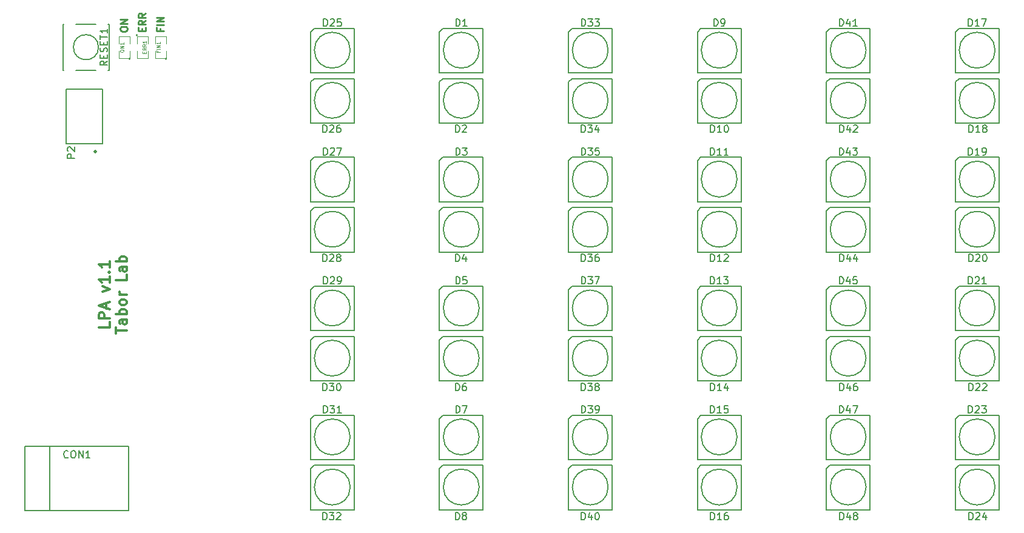
<source format=gto>
G04 #@! TF.FileFunction,Legend,Top*
%FSLAX46Y46*%
G04 Gerber Fmt 4.6, Leading zero omitted, Abs format (unit mm)*
G04 Created by KiCad (PCBNEW 4.0.1-stable) date 6/7/2017 10:05:46 PM*
%MOMM*%
G01*
G04 APERTURE LIST*
%ADD10C,0.150000*%
%ADD11C,0.300000*%
%ADD12C,0.250000*%
%ADD13C,0.203200*%
%ADD14C,0.099060*%
%ADD15C,0.109220*%
G04 APERTURE END LIST*
D10*
D11*
X72884571Y-112823142D02*
X72884571Y-113537428D01*
X71384571Y-113537428D01*
X72884571Y-112323142D02*
X71384571Y-112323142D01*
X71384571Y-111751714D01*
X71456000Y-111608856D01*
X71527429Y-111537428D01*
X71670286Y-111465999D01*
X71884571Y-111465999D01*
X72027429Y-111537428D01*
X72098857Y-111608856D01*
X72170286Y-111751714D01*
X72170286Y-112323142D01*
X72456000Y-110894571D02*
X72456000Y-110180285D01*
X72884571Y-111037428D02*
X71384571Y-110537428D01*
X72884571Y-110037428D01*
X71884571Y-108537428D02*
X72884571Y-108180285D01*
X71884571Y-107823143D01*
X72884571Y-106466000D02*
X72884571Y-107323143D01*
X72884571Y-106894571D02*
X71384571Y-106894571D01*
X71598857Y-107037428D01*
X71741714Y-107180286D01*
X71813143Y-107323143D01*
X72741714Y-105823143D02*
X72813143Y-105751715D01*
X72884571Y-105823143D01*
X72813143Y-105894572D01*
X72741714Y-105823143D01*
X72884571Y-105823143D01*
X72884571Y-104323143D02*
X72884571Y-105180286D01*
X72884571Y-104751714D02*
X71384571Y-104751714D01*
X71598857Y-104894571D01*
X71741714Y-105037429D01*
X71813143Y-105180286D01*
X73784571Y-114430286D02*
X73784571Y-113573143D01*
X75284571Y-114001714D02*
X73784571Y-114001714D01*
X75284571Y-112430286D02*
X74498857Y-112430286D01*
X74356000Y-112501715D01*
X74284571Y-112644572D01*
X74284571Y-112930286D01*
X74356000Y-113073143D01*
X75213143Y-112430286D02*
X75284571Y-112573143D01*
X75284571Y-112930286D01*
X75213143Y-113073143D01*
X75070286Y-113144572D01*
X74927429Y-113144572D01*
X74784571Y-113073143D01*
X74713143Y-112930286D01*
X74713143Y-112573143D01*
X74641714Y-112430286D01*
X75284571Y-111716000D02*
X73784571Y-111716000D01*
X74356000Y-111716000D02*
X74284571Y-111573143D01*
X74284571Y-111287429D01*
X74356000Y-111144572D01*
X74427429Y-111073143D01*
X74570286Y-111001714D01*
X74998857Y-111001714D01*
X75141714Y-111073143D01*
X75213143Y-111144572D01*
X75284571Y-111287429D01*
X75284571Y-111573143D01*
X75213143Y-111716000D01*
X75284571Y-110144571D02*
X75213143Y-110287429D01*
X75141714Y-110358857D01*
X74998857Y-110430286D01*
X74570286Y-110430286D01*
X74427429Y-110358857D01*
X74356000Y-110287429D01*
X74284571Y-110144571D01*
X74284571Y-109930286D01*
X74356000Y-109787429D01*
X74427429Y-109716000D01*
X74570286Y-109644571D01*
X74998857Y-109644571D01*
X75141714Y-109716000D01*
X75213143Y-109787429D01*
X75284571Y-109930286D01*
X75284571Y-110144571D01*
X75284571Y-109001714D02*
X74284571Y-109001714D01*
X74570286Y-109001714D02*
X74427429Y-108930286D01*
X74356000Y-108858857D01*
X74284571Y-108716000D01*
X74284571Y-108573143D01*
X75284571Y-106216000D02*
X75284571Y-106930286D01*
X73784571Y-106930286D01*
X75284571Y-105073143D02*
X74498857Y-105073143D01*
X74356000Y-105144572D01*
X74284571Y-105287429D01*
X74284571Y-105573143D01*
X74356000Y-105716000D01*
X75213143Y-105073143D02*
X75284571Y-105216000D01*
X75284571Y-105573143D01*
X75213143Y-105716000D01*
X75070286Y-105787429D01*
X74927429Y-105787429D01*
X74784571Y-105716000D01*
X74713143Y-105573143D01*
X74713143Y-105216000D01*
X74641714Y-105073143D01*
X75284571Y-104358857D02*
X73784571Y-104358857D01*
X74356000Y-104358857D02*
X74284571Y-104216000D01*
X74284571Y-103930286D01*
X74356000Y-103787429D01*
X74427429Y-103716000D01*
X74570286Y-103644571D01*
X74998857Y-103644571D01*
X75141714Y-103716000D01*
X75213143Y-103787429D01*
X75284571Y-103930286D01*
X75284571Y-104216000D01*
X75213143Y-104358857D01*
X70866000Y-88927714D02*
X70937428Y-88999143D01*
X70866000Y-89070571D01*
X70794571Y-88999143D01*
X70866000Y-88927714D01*
X70866000Y-89070571D01*
D12*
X74382381Y-71961429D02*
X74382381Y-71770952D01*
X74430000Y-71675714D01*
X74525238Y-71580476D01*
X74715714Y-71532857D01*
X75049048Y-71532857D01*
X75239524Y-71580476D01*
X75334762Y-71675714D01*
X75382381Y-71770952D01*
X75382381Y-71961429D01*
X75334762Y-72056667D01*
X75239524Y-72151905D01*
X75049048Y-72199524D01*
X74715714Y-72199524D01*
X74525238Y-72151905D01*
X74430000Y-72056667D01*
X74382381Y-71961429D01*
X75382381Y-71104286D02*
X74382381Y-71104286D01*
X75382381Y-70532857D01*
X74382381Y-70532857D01*
X77398571Y-72151905D02*
X77398571Y-71818571D01*
X77922381Y-71675714D02*
X77922381Y-72151905D01*
X76922381Y-72151905D01*
X76922381Y-71675714D01*
X77922381Y-70675714D02*
X77446190Y-71009048D01*
X77922381Y-71247143D02*
X76922381Y-71247143D01*
X76922381Y-70866190D01*
X76970000Y-70770952D01*
X77017619Y-70723333D01*
X77112857Y-70675714D01*
X77255714Y-70675714D01*
X77350952Y-70723333D01*
X77398571Y-70770952D01*
X77446190Y-70866190D01*
X77446190Y-71247143D01*
X77922381Y-69675714D02*
X77446190Y-70009048D01*
X77922381Y-70247143D02*
X76922381Y-70247143D01*
X76922381Y-69866190D01*
X76970000Y-69770952D01*
X77017619Y-69723333D01*
X77112857Y-69675714D01*
X77255714Y-69675714D01*
X77350952Y-69723333D01*
X77398571Y-69770952D01*
X77446190Y-69866190D01*
X77446190Y-70247143D01*
X79938571Y-71818571D02*
X79938571Y-72151905D01*
X80462381Y-72151905D02*
X79462381Y-72151905D01*
X79462381Y-71675714D01*
X80462381Y-71294762D02*
X79462381Y-71294762D01*
X80462381Y-70818572D02*
X79462381Y-70818572D01*
X80462381Y-70247143D01*
X79462381Y-70247143D01*
D10*
X172926000Y-133298000D02*
X173426000Y-132798000D01*
X172926000Y-139018000D02*
X179026000Y-139018000D01*
X179026000Y-139018000D02*
X179026000Y-132798000D01*
X179026000Y-132798000D02*
X173426000Y-132798000D01*
X172926000Y-133298000D02*
X172926000Y-139018000D01*
X178476000Y-135838000D02*
G75*
G03X178476000Y-135838000I-2500000J0D01*
G01*
X136926000Y-72298000D02*
X137426000Y-71798000D01*
X136926000Y-78018000D02*
X143026000Y-78018000D01*
X143026000Y-78018000D02*
X143026000Y-71798000D01*
X143026000Y-71798000D02*
X137426000Y-71798000D01*
X136926000Y-72298000D02*
X136926000Y-78018000D01*
X142476000Y-74838000D02*
G75*
G03X142476000Y-74838000I-2500000J0D01*
G01*
X100926000Y-79298000D02*
X101426000Y-78798000D01*
X100926000Y-85018000D02*
X107026000Y-85018000D01*
X107026000Y-85018000D02*
X107026000Y-78798000D01*
X107026000Y-78798000D02*
X101426000Y-78798000D01*
X100926000Y-79298000D02*
X100926000Y-85018000D01*
X106476000Y-81838000D02*
G75*
G03X106476000Y-81838000I-2500000J0D01*
G01*
X71346714Y-74422000D02*
G75*
G03X71346714Y-74422000I-1750714J0D01*
G01*
X72821000Y-77647000D02*
X72696000Y-77647000D01*
X66371000Y-77647000D02*
X66496000Y-77647000D01*
X66371000Y-71197000D02*
X66496000Y-71197000D01*
X72696000Y-71197000D02*
X72821000Y-71197000D01*
X70996000Y-77647000D02*
X68196000Y-77647000D01*
X72821000Y-71197000D02*
X72821000Y-77647000D01*
X70996000Y-71197000D02*
X68196000Y-71197000D01*
X66371000Y-71197000D02*
X66371000Y-77647000D01*
D13*
X71882000Y-80264000D02*
X71882000Y-87884000D01*
X66802000Y-87884000D02*
X66802000Y-80264000D01*
X66802000Y-80264000D02*
X71882000Y-80264000D01*
X71882000Y-87884000D02*
X66802000Y-87884000D01*
D14*
X80899000Y-76073000D02*
G75*
G03X80899000Y-76073000I-127000J0D01*
G01*
X80772000Y-74930000D02*
X80772000Y-75946000D01*
X80772000Y-75946000D02*
X79248000Y-75946000D01*
X79248000Y-75946000D02*
X79248000Y-74930000D01*
X79248000Y-73914000D02*
X79248000Y-72898000D01*
X79248000Y-72898000D02*
X80772000Y-72898000D01*
X80772000Y-72898000D02*
X80772000Y-73914000D01*
X76835000Y-72771000D02*
G75*
G03X76835000Y-72771000I-127000J0D01*
G01*
X76708000Y-73914000D02*
X76708000Y-72898000D01*
X76708000Y-72898000D02*
X78232000Y-72898000D01*
X78232000Y-72898000D02*
X78232000Y-73914000D01*
X78232000Y-74930000D02*
X78232000Y-75946000D01*
X78232000Y-75946000D02*
X76708000Y-75946000D01*
X76708000Y-75946000D02*
X76708000Y-74930000D01*
X75819000Y-76073000D02*
G75*
G03X75819000Y-76073000I-127000J0D01*
G01*
X75692000Y-74930000D02*
X75692000Y-75946000D01*
X75692000Y-75946000D02*
X74168000Y-75946000D01*
X74168000Y-75946000D02*
X74168000Y-74930000D01*
X74168000Y-73914000D02*
X74168000Y-72898000D01*
X74168000Y-72898000D02*
X75692000Y-72898000D01*
X75692000Y-72898000D02*
X75692000Y-73914000D01*
D10*
X100926000Y-72298000D02*
X101426000Y-71798000D01*
X100926000Y-78018000D02*
X107026000Y-78018000D01*
X107026000Y-78018000D02*
X107026000Y-71798000D01*
X107026000Y-71798000D02*
X101426000Y-71798000D01*
X100926000Y-72298000D02*
X100926000Y-78018000D01*
X106476000Y-74838000D02*
G75*
G03X106476000Y-74838000I-2500000J0D01*
G01*
X136926000Y-90298000D02*
X137426000Y-89798000D01*
X136926000Y-96018000D02*
X143026000Y-96018000D01*
X143026000Y-96018000D02*
X143026000Y-89798000D01*
X143026000Y-89798000D02*
X137426000Y-89798000D01*
X136926000Y-90298000D02*
X136926000Y-96018000D01*
X142476000Y-92838000D02*
G75*
G03X142476000Y-92838000I-2500000J0D01*
G01*
X136926000Y-79298000D02*
X137426000Y-78798000D01*
X136926000Y-85018000D02*
X143026000Y-85018000D01*
X143026000Y-85018000D02*
X143026000Y-78798000D01*
X143026000Y-78798000D02*
X137426000Y-78798000D01*
X136926000Y-79298000D02*
X136926000Y-85018000D01*
X142476000Y-81838000D02*
G75*
G03X142476000Y-81838000I-2500000J0D01*
G01*
X100926000Y-133298000D02*
X101426000Y-132798000D01*
X100926000Y-139018000D02*
X107026000Y-139018000D01*
X107026000Y-139018000D02*
X107026000Y-132798000D01*
X107026000Y-132798000D02*
X101426000Y-132798000D01*
X100926000Y-133298000D02*
X100926000Y-139018000D01*
X106476000Y-135838000D02*
G75*
G03X106476000Y-135838000I-2500000J0D01*
G01*
X100926000Y-126298000D02*
X101426000Y-125798000D01*
X100926000Y-132018000D02*
X107026000Y-132018000D01*
X107026000Y-132018000D02*
X107026000Y-125798000D01*
X107026000Y-125798000D02*
X101426000Y-125798000D01*
X100926000Y-126298000D02*
X100926000Y-132018000D01*
X106476000Y-128838000D02*
G75*
G03X106476000Y-128838000I-2500000J0D01*
G01*
X100926000Y-115298000D02*
X101426000Y-114798000D01*
X100926000Y-121018000D02*
X107026000Y-121018000D01*
X107026000Y-121018000D02*
X107026000Y-114798000D01*
X107026000Y-114798000D02*
X101426000Y-114798000D01*
X100926000Y-115298000D02*
X100926000Y-121018000D01*
X106476000Y-117838000D02*
G75*
G03X106476000Y-117838000I-2500000J0D01*
G01*
X100926000Y-108298000D02*
X101426000Y-107798000D01*
X100926000Y-114018000D02*
X107026000Y-114018000D01*
X107026000Y-114018000D02*
X107026000Y-107798000D01*
X107026000Y-107798000D02*
X101426000Y-107798000D01*
X100926000Y-108298000D02*
X100926000Y-114018000D01*
X106476000Y-110838000D02*
G75*
G03X106476000Y-110838000I-2500000J0D01*
G01*
X100926000Y-97298000D02*
X101426000Y-96798000D01*
X100926000Y-103018000D02*
X107026000Y-103018000D01*
X107026000Y-103018000D02*
X107026000Y-96798000D01*
X107026000Y-96798000D02*
X101426000Y-96798000D01*
X100926000Y-97298000D02*
X100926000Y-103018000D01*
X106476000Y-99838000D02*
G75*
G03X106476000Y-99838000I-2500000J0D01*
G01*
X100926000Y-90298000D02*
X101426000Y-89798000D01*
X100926000Y-96018000D02*
X107026000Y-96018000D01*
X107026000Y-96018000D02*
X107026000Y-89798000D01*
X107026000Y-89798000D02*
X101426000Y-89798000D01*
X100926000Y-90298000D02*
X100926000Y-96018000D01*
X106476000Y-92838000D02*
G75*
G03X106476000Y-92838000I-2500000J0D01*
G01*
X172926000Y-72298000D02*
X173426000Y-71798000D01*
X172926000Y-78018000D02*
X179026000Y-78018000D01*
X179026000Y-78018000D02*
X179026000Y-71798000D01*
X179026000Y-71798000D02*
X173426000Y-71798000D01*
X172926000Y-72298000D02*
X172926000Y-78018000D01*
X178476000Y-74838000D02*
G75*
G03X178476000Y-74838000I-2500000J0D01*
G01*
X136926000Y-97298000D02*
X137426000Y-96798000D01*
X136926000Y-103018000D02*
X143026000Y-103018000D01*
X143026000Y-103018000D02*
X143026000Y-96798000D01*
X143026000Y-96798000D02*
X137426000Y-96798000D01*
X136926000Y-97298000D02*
X136926000Y-103018000D01*
X142476000Y-99838000D02*
G75*
G03X142476000Y-99838000I-2500000J0D01*
G01*
X136926000Y-108298000D02*
X137426000Y-107798000D01*
X136926000Y-114018000D02*
X143026000Y-114018000D01*
X143026000Y-114018000D02*
X143026000Y-107798000D01*
X143026000Y-107798000D02*
X137426000Y-107798000D01*
X136926000Y-108298000D02*
X136926000Y-114018000D01*
X142476000Y-110838000D02*
G75*
G03X142476000Y-110838000I-2500000J0D01*
G01*
X136926000Y-115298000D02*
X137426000Y-114798000D01*
X136926000Y-121018000D02*
X143026000Y-121018000D01*
X143026000Y-121018000D02*
X143026000Y-114798000D01*
X143026000Y-114798000D02*
X137426000Y-114798000D01*
X136926000Y-115298000D02*
X136926000Y-121018000D01*
X142476000Y-117838000D02*
G75*
G03X142476000Y-117838000I-2500000J0D01*
G01*
X136926000Y-126298000D02*
X137426000Y-125798000D01*
X136926000Y-132018000D02*
X143026000Y-132018000D01*
X143026000Y-132018000D02*
X143026000Y-125798000D01*
X143026000Y-125798000D02*
X137426000Y-125798000D01*
X136926000Y-126298000D02*
X136926000Y-132018000D01*
X142476000Y-128838000D02*
G75*
G03X142476000Y-128838000I-2500000J0D01*
G01*
X136926000Y-133298000D02*
X137426000Y-132798000D01*
X136926000Y-139018000D02*
X143026000Y-139018000D01*
X143026000Y-139018000D02*
X143026000Y-132798000D01*
X143026000Y-132798000D02*
X137426000Y-132798000D01*
X136926000Y-133298000D02*
X136926000Y-139018000D01*
X142476000Y-135838000D02*
G75*
G03X142476000Y-135838000I-2500000J0D01*
G01*
X172926000Y-79298000D02*
X173426000Y-78798000D01*
X172926000Y-85018000D02*
X179026000Y-85018000D01*
X179026000Y-85018000D02*
X179026000Y-78798000D01*
X179026000Y-78798000D02*
X173426000Y-78798000D01*
X172926000Y-79298000D02*
X172926000Y-85018000D01*
X178476000Y-81838000D02*
G75*
G03X178476000Y-81838000I-2500000J0D01*
G01*
X172926000Y-90298000D02*
X173426000Y-89798000D01*
X172926000Y-96018000D02*
X179026000Y-96018000D01*
X179026000Y-96018000D02*
X179026000Y-89798000D01*
X179026000Y-89798000D02*
X173426000Y-89798000D01*
X172926000Y-90298000D02*
X172926000Y-96018000D01*
X178476000Y-92838000D02*
G75*
G03X178476000Y-92838000I-2500000J0D01*
G01*
X172926000Y-97298000D02*
X173426000Y-96798000D01*
X172926000Y-103018000D02*
X179026000Y-103018000D01*
X179026000Y-103018000D02*
X179026000Y-96798000D01*
X179026000Y-96798000D02*
X173426000Y-96798000D01*
X172926000Y-97298000D02*
X172926000Y-103018000D01*
X178476000Y-99838000D02*
G75*
G03X178476000Y-99838000I-2500000J0D01*
G01*
X172926000Y-108298000D02*
X173426000Y-107798000D01*
X172926000Y-114018000D02*
X179026000Y-114018000D01*
X179026000Y-114018000D02*
X179026000Y-107798000D01*
X179026000Y-107798000D02*
X173426000Y-107798000D01*
X172926000Y-108298000D02*
X172926000Y-114018000D01*
X178476000Y-110838000D02*
G75*
G03X178476000Y-110838000I-2500000J0D01*
G01*
X172926000Y-115298000D02*
X173426000Y-114798000D01*
X172926000Y-121018000D02*
X179026000Y-121018000D01*
X179026000Y-121018000D02*
X179026000Y-114798000D01*
X179026000Y-114798000D02*
X173426000Y-114798000D01*
X172926000Y-115298000D02*
X172926000Y-121018000D01*
X178476000Y-117838000D02*
G75*
G03X178476000Y-117838000I-2500000J0D01*
G01*
X172926000Y-126298000D02*
X173426000Y-125798000D01*
X172926000Y-132018000D02*
X179026000Y-132018000D01*
X179026000Y-132018000D02*
X179026000Y-125798000D01*
X179026000Y-125798000D02*
X173426000Y-125798000D01*
X172926000Y-126298000D02*
X172926000Y-132018000D01*
X178476000Y-128838000D02*
G75*
G03X178476000Y-128838000I-2500000J0D01*
G01*
X154926000Y-97298000D02*
X155426000Y-96798000D01*
X154926000Y-103018000D02*
X161026000Y-103018000D01*
X161026000Y-103018000D02*
X161026000Y-96798000D01*
X161026000Y-96798000D02*
X155426000Y-96798000D01*
X154926000Y-97298000D02*
X154926000Y-103018000D01*
X160476000Y-99838000D02*
G75*
G03X160476000Y-99838000I-2500000J0D01*
G01*
X118926000Y-72298000D02*
X119426000Y-71798000D01*
X118926000Y-78018000D02*
X125026000Y-78018000D01*
X125026000Y-78018000D02*
X125026000Y-71798000D01*
X125026000Y-71798000D02*
X119426000Y-71798000D01*
X118926000Y-72298000D02*
X118926000Y-78018000D01*
X124476000Y-74838000D02*
G75*
G03X124476000Y-74838000I-2500000J0D01*
G01*
X118926000Y-79298000D02*
X119426000Y-78798000D01*
X118926000Y-85018000D02*
X125026000Y-85018000D01*
X125026000Y-85018000D02*
X125026000Y-78798000D01*
X125026000Y-78798000D02*
X119426000Y-78798000D01*
X118926000Y-79298000D02*
X118926000Y-85018000D01*
X124476000Y-81838000D02*
G75*
G03X124476000Y-81838000I-2500000J0D01*
G01*
X118926000Y-90298000D02*
X119426000Y-89798000D01*
X118926000Y-96018000D02*
X125026000Y-96018000D01*
X125026000Y-96018000D02*
X125026000Y-89798000D01*
X125026000Y-89798000D02*
X119426000Y-89798000D01*
X118926000Y-90298000D02*
X118926000Y-96018000D01*
X124476000Y-92838000D02*
G75*
G03X124476000Y-92838000I-2500000J0D01*
G01*
X118926000Y-97298000D02*
X119426000Y-96798000D01*
X118926000Y-103018000D02*
X125026000Y-103018000D01*
X125026000Y-103018000D02*
X125026000Y-96798000D01*
X125026000Y-96798000D02*
X119426000Y-96798000D01*
X118926000Y-97298000D02*
X118926000Y-103018000D01*
X124476000Y-99838000D02*
G75*
G03X124476000Y-99838000I-2500000J0D01*
G01*
X118926000Y-108298000D02*
X119426000Y-107798000D01*
X118926000Y-114018000D02*
X125026000Y-114018000D01*
X125026000Y-114018000D02*
X125026000Y-107798000D01*
X125026000Y-107798000D02*
X119426000Y-107798000D01*
X118926000Y-108298000D02*
X118926000Y-114018000D01*
X124476000Y-110838000D02*
G75*
G03X124476000Y-110838000I-2500000J0D01*
G01*
X118926000Y-115298000D02*
X119426000Y-114798000D01*
X118926000Y-121018000D02*
X125026000Y-121018000D01*
X125026000Y-121018000D02*
X125026000Y-114798000D01*
X125026000Y-114798000D02*
X119426000Y-114798000D01*
X118926000Y-115298000D02*
X118926000Y-121018000D01*
X124476000Y-117838000D02*
G75*
G03X124476000Y-117838000I-2500000J0D01*
G01*
X118926000Y-126298000D02*
X119426000Y-125798000D01*
X118926000Y-132018000D02*
X125026000Y-132018000D01*
X125026000Y-132018000D02*
X125026000Y-125798000D01*
X125026000Y-125798000D02*
X119426000Y-125798000D01*
X118926000Y-126298000D02*
X118926000Y-132018000D01*
X124476000Y-128838000D02*
G75*
G03X124476000Y-128838000I-2500000J0D01*
G01*
X118926000Y-133298000D02*
X119426000Y-132798000D01*
X118926000Y-139018000D02*
X125026000Y-139018000D01*
X125026000Y-139018000D02*
X125026000Y-132798000D01*
X125026000Y-132798000D02*
X119426000Y-132798000D01*
X118926000Y-133298000D02*
X118926000Y-139018000D01*
X124476000Y-135838000D02*
G75*
G03X124476000Y-135838000I-2500000J0D01*
G01*
X154926000Y-72298000D02*
X155426000Y-71798000D01*
X154926000Y-78018000D02*
X161026000Y-78018000D01*
X161026000Y-78018000D02*
X161026000Y-71798000D01*
X161026000Y-71798000D02*
X155426000Y-71798000D01*
X154926000Y-72298000D02*
X154926000Y-78018000D01*
X160476000Y-74838000D02*
G75*
G03X160476000Y-74838000I-2500000J0D01*
G01*
X154926000Y-79298000D02*
X155426000Y-78798000D01*
X154926000Y-85018000D02*
X161026000Y-85018000D01*
X161026000Y-85018000D02*
X161026000Y-78798000D01*
X161026000Y-78798000D02*
X155426000Y-78798000D01*
X154926000Y-79298000D02*
X154926000Y-85018000D01*
X160476000Y-81838000D02*
G75*
G03X160476000Y-81838000I-2500000J0D01*
G01*
X154926000Y-90298000D02*
X155426000Y-89798000D01*
X154926000Y-96018000D02*
X161026000Y-96018000D01*
X161026000Y-96018000D02*
X161026000Y-89798000D01*
X161026000Y-89798000D02*
X155426000Y-89798000D01*
X154926000Y-90298000D02*
X154926000Y-96018000D01*
X160476000Y-92838000D02*
G75*
G03X160476000Y-92838000I-2500000J0D01*
G01*
X190926000Y-133298000D02*
X191426000Y-132798000D01*
X190926000Y-139018000D02*
X197026000Y-139018000D01*
X197026000Y-139018000D02*
X197026000Y-132798000D01*
X197026000Y-132798000D02*
X191426000Y-132798000D01*
X190926000Y-133298000D02*
X190926000Y-139018000D01*
X196476000Y-135838000D02*
G75*
G03X196476000Y-135838000I-2500000J0D01*
G01*
X154926000Y-108298000D02*
X155426000Y-107798000D01*
X154926000Y-114018000D02*
X161026000Y-114018000D01*
X161026000Y-114018000D02*
X161026000Y-107798000D01*
X161026000Y-107798000D02*
X155426000Y-107798000D01*
X154926000Y-108298000D02*
X154926000Y-114018000D01*
X160476000Y-110838000D02*
G75*
G03X160476000Y-110838000I-2500000J0D01*
G01*
X154926000Y-115298000D02*
X155426000Y-114798000D01*
X154926000Y-121018000D02*
X161026000Y-121018000D01*
X161026000Y-121018000D02*
X161026000Y-114798000D01*
X161026000Y-114798000D02*
X155426000Y-114798000D01*
X154926000Y-115298000D02*
X154926000Y-121018000D01*
X160476000Y-117838000D02*
G75*
G03X160476000Y-117838000I-2500000J0D01*
G01*
X154926000Y-126298000D02*
X155426000Y-125798000D01*
X154926000Y-132018000D02*
X161026000Y-132018000D01*
X161026000Y-132018000D02*
X161026000Y-125798000D01*
X161026000Y-125798000D02*
X155426000Y-125798000D01*
X154926000Y-126298000D02*
X154926000Y-132018000D01*
X160476000Y-128838000D02*
G75*
G03X160476000Y-128838000I-2500000J0D01*
G01*
X154926000Y-133298000D02*
X155426000Y-132798000D01*
X154926000Y-139018000D02*
X161026000Y-139018000D01*
X161026000Y-139018000D02*
X161026000Y-132798000D01*
X161026000Y-132798000D02*
X155426000Y-132798000D01*
X154926000Y-133298000D02*
X154926000Y-139018000D01*
X160476000Y-135838000D02*
G75*
G03X160476000Y-135838000I-2500000J0D01*
G01*
X190926000Y-72298000D02*
X191426000Y-71798000D01*
X190926000Y-78018000D02*
X197026000Y-78018000D01*
X197026000Y-78018000D02*
X197026000Y-71798000D01*
X197026000Y-71798000D02*
X191426000Y-71798000D01*
X190926000Y-72298000D02*
X190926000Y-78018000D01*
X196476000Y-74838000D02*
G75*
G03X196476000Y-74838000I-2500000J0D01*
G01*
X190926000Y-79298000D02*
X191426000Y-78798000D01*
X190926000Y-85018000D02*
X197026000Y-85018000D01*
X197026000Y-85018000D02*
X197026000Y-78798000D01*
X197026000Y-78798000D02*
X191426000Y-78798000D01*
X190926000Y-79298000D02*
X190926000Y-85018000D01*
X196476000Y-81838000D02*
G75*
G03X196476000Y-81838000I-2500000J0D01*
G01*
X190926000Y-90298000D02*
X191426000Y-89798000D01*
X190926000Y-96018000D02*
X197026000Y-96018000D01*
X197026000Y-96018000D02*
X197026000Y-89798000D01*
X197026000Y-89798000D02*
X191426000Y-89798000D01*
X190926000Y-90298000D02*
X190926000Y-96018000D01*
X196476000Y-92838000D02*
G75*
G03X196476000Y-92838000I-2500000J0D01*
G01*
X190926000Y-97298000D02*
X191426000Y-96798000D01*
X190926000Y-103018000D02*
X197026000Y-103018000D01*
X197026000Y-103018000D02*
X197026000Y-96798000D01*
X197026000Y-96798000D02*
X191426000Y-96798000D01*
X190926000Y-97298000D02*
X190926000Y-103018000D01*
X196476000Y-99838000D02*
G75*
G03X196476000Y-99838000I-2500000J0D01*
G01*
X190926000Y-108298000D02*
X191426000Y-107798000D01*
X190926000Y-114018000D02*
X197026000Y-114018000D01*
X197026000Y-114018000D02*
X197026000Y-107798000D01*
X197026000Y-107798000D02*
X191426000Y-107798000D01*
X190926000Y-108298000D02*
X190926000Y-114018000D01*
X196476000Y-110838000D02*
G75*
G03X196476000Y-110838000I-2500000J0D01*
G01*
X190926000Y-115298000D02*
X191426000Y-114798000D01*
X190926000Y-121018000D02*
X197026000Y-121018000D01*
X197026000Y-121018000D02*
X197026000Y-114798000D01*
X197026000Y-114798000D02*
X191426000Y-114798000D01*
X190926000Y-115298000D02*
X190926000Y-121018000D01*
X196476000Y-117838000D02*
G75*
G03X196476000Y-117838000I-2500000J0D01*
G01*
X190926000Y-126298000D02*
X191426000Y-125798000D01*
X190926000Y-132018000D02*
X197026000Y-132018000D01*
X197026000Y-132018000D02*
X197026000Y-125798000D01*
X197026000Y-125798000D02*
X191426000Y-125798000D01*
X190926000Y-126298000D02*
X190926000Y-132018000D01*
X196476000Y-128838000D02*
G75*
G03X196476000Y-128838000I-2500000J0D01*
G01*
X64579500Y-130119120D02*
X64579500Y-139120880D01*
X61079380Y-130119120D02*
X61079380Y-139120880D01*
X61079380Y-139120880D02*
X75580240Y-139120880D01*
X75580240Y-139120880D02*
X75580240Y-130119120D01*
X75580240Y-130119120D02*
X61079380Y-130119120D01*
X174807714Y-140406381D02*
X174807714Y-139406381D01*
X175045809Y-139406381D01*
X175188667Y-139454000D01*
X175283905Y-139549238D01*
X175331524Y-139644476D01*
X175379143Y-139834952D01*
X175379143Y-139977810D01*
X175331524Y-140168286D01*
X175283905Y-140263524D01*
X175188667Y-140358762D01*
X175045809Y-140406381D01*
X174807714Y-140406381D01*
X176236286Y-139739714D02*
X176236286Y-140406381D01*
X175998190Y-139358762D02*
X175760095Y-140073048D01*
X176379143Y-140073048D01*
X176902952Y-139834952D02*
X176807714Y-139787333D01*
X176760095Y-139739714D01*
X176712476Y-139644476D01*
X176712476Y-139596857D01*
X176760095Y-139501619D01*
X176807714Y-139454000D01*
X176902952Y-139406381D01*
X177093429Y-139406381D01*
X177188667Y-139454000D01*
X177236286Y-139501619D01*
X177283905Y-139596857D01*
X177283905Y-139644476D01*
X177236286Y-139739714D01*
X177188667Y-139787333D01*
X177093429Y-139834952D01*
X176902952Y-139834952D01*
X176807714Y-139882571D01*
X176760095Y-139930190D01*
X176712476Y-140025429D01*
X176712476Y-140215905D01*
X176760095Y-140311143D01*
X176807714Y-140358762D01*
X176902952Y-140406381D01*
X177093429Y-140406381D01*
X177188667Y-140358762D01*
X177236286Y-140311143D01*
X177283905Y-140215905D01*
X177283905Y-140025429D01*
X177236286Y-139930190D01*
X177188667Y-139882571D01*
X177093429Y-139834952D01*
X138761714Y-71480381D02*
X138761714Y-70480381D01*
X138999809Y-70480381D01*
X139142667Y-70528000D01*
X139237905Y-70623238D01*
X139285524Y-70718476D01*
X139333143Y-70908952D01*
X139333143Y-71051810D01*
X139285524Y-71242286D01*
X139237905Y-71337524D01*
X139142667Y-71432762D01*
X138999809Y-71480381D01*
X138761714Y-71480381D01*
X139666476Y-70480381D02*
X140285524Y-70480381D01*
X139952190Y-70861333D01*
X140095048Y-70861333D01*
X140190286Y-70908952D01*
X140237905Y-70956571D01*
X140285524Y-71051810D01*
X140285524Y-71289905D01*
X140237905Y-71385143D01*
X140190286Y-71432762D01*
X140095048Y-71480381D01*
X139809333Y-71480381D01*
X139714095Y-71432762D01*
X139666476Y-71385143D01*
X140618857Y-70480381D02*
X141237905Y-70480381D01*
X140904571Y-70861333D01*
X141047429Y-70861333D01*
X141142667Y-70908952D01*
X141190286Y-70956571D01*
X141237905Y-71051810D01*
X141237905Y-71289905D01*
X141190286Y-71385143D01*
X141142667Y-71432762D01*
X141047429Y-71480381D01*
X140761714Y-71480381D01*
X140666476Y-71432762D01*
X140618857Y-71385143D01*
X102671714Y-86304381D02*
X102671714Y-85304381D01*
X102909809Y-85304381D01*
X103052667Y-85352000D01*
X103147905Y-85447238D01*
X103195524Y-85542476D01*
X103243143Y-85732952D01*
X103243143Y-85875810D01*
X103195524Y-86066286D01*
X103147905Y-86161524D01*
X103052667Y-86256762D01*
X102909809Y-86304381D01*
X102671714Y-86304381D01*
X103624095Y-85399619D02*
X103671714Y-85352000D01*
X103766952Y-85304381D01*
X104005048Y-85304381D01*
X104100286Y-85352000D01*
X104147905Y-85399619D01*
X104195524Y-85494857D01*
X104195524Y-85590095D01*
X104147905Y-85732952D01*
X103576476Y-86304381D01*
X104195524Y-86304381D01*
X105052667Y-85304381D02*
X104862190Y-85304381D01*
X104766952Y-85352000D01*
X104719333Y-85399619D01*
X104624095Y-85542476D01*
X104576476Y-85732952D01*
X104576476Y-86113905D01*
X104624095Y-86209143D01*
X104671714Y-86256762D01*
X104766952Y-86304381D01*
X104957429Y-86304381D01*
X105052667Y-86256762D01*
X105100286Y-86209143D01*
X105147905Y-86113905D01*
X105147905Y-85875810D01*
X105100286Y-85780571D01*
X105052667Y-85732952D01*
X104957429Y-85685333D01*
X104766952Y-85685333D01*
X104671714Y-85732952D01*
X104624095Y-85780571D01*
X104576476Y-85875810D01*
X72588381Y-76350571D02*
X72112190Y-76683905D01*
X72588381Y-76922000D02*
X71588381Y-76922000D01*
X71588381Y-76541047D01*
X71636000Y-76445809D01*
X71683619Y-76398190D01*
X71778857Y-76350571D01*
X71921714Y-76350571D01*
X72016952Y-76398190D01*
X72064571Y-76445809D01*
X72112190Y-76541047D01*
X72112190Y-76922000D01*
X72064571Y-75922000D02*
X72064571Y-75588666D01*
X72588381Y-75445809D02*
X72588381Y-75922000D01*
X71588381Y-75922000D01*
X71588381Y-75445809D01*
X72540762Y-75064857D02*
X72588381Y-74922000D01*
X72588381Y-74683904D01*
X72540762Y-74588666D01*
X72493143Y-74541047D01*
X72397905Y-74493428D01*
X72302667Y-74493428D01*
X72207429Y-74541047D01*
X72159810Y-74588666D01*
X72112190Y-74683904D01*
X72064571Y-74874381D01*
X72016952Y-74969619D01*
X71969333Y-75017238D01*
X71874095Y-75064857D01*
X71778857Y-75064857D01*
X71683619Y-75017238D01*
X71636000Y-74969619D01*
X71588381Y-74874381D01*
X71588381Y-74636285D01*
X71636000Y-74493428D01*
X72064571Y-74064857D02*
X72064571Y-73731523D01*
X72588381Y-73588666D02*
X72588381Y-74064857D01*
X71588381Y-74064857D01*
X71588381Y-73588666D01*
X71588381Y-73302952D02*
X71588381Y-72731523D01*
X72588381Y-73017238D02*
X71588381Y-73017238D01*
X72588381Y-71874380D02*
X72588381Y-72445809D01*
X72588381Y-72160095D02*
X71588381Y-72160095D01*
X71731238Y-72255333D01*
X71826476Y-72350571D01*
X71874095Y-72445809D01*
D13*
X68023619Y-89903904D02*
X67007619Y-89903904D01*
X67007619Y-89516857D01*
X67056000Y-89420095D01*
X67104381Y-89371714D01*
X67201143Y-89323333D01*
X67346286Y-89323333D01*
X67443048Y-89371714D01*
X67491429Y-89420095D01*
X67539810Y-89516857D01*
X67539810Y-89903904D01*
X67104381Y-88936285D02*
X67056000Y-88887904D01*
X67007619Y-88791142D01*
X67007619Y-88549238D01*
X67056000Y-88452476D01*
X67104381Y-88404095D01*
X67201143Y-88355714D01*
X67297905Y-88355714D01*
X67443048Y-88404095D01*
X68023619Y-88984666D01*
X68023619Y-88355714D01*
D15*
X79656759Y-74970035D02*
X79656759Y-75136828D01*
X79918862Y-75136828D02*
X79418482Y-75136828D01*
X79418482Y-74898552D01*
X79918862Y-74707931D02*
X79418482Y-74707931D01*
X79918862Y-74469655D02*
X79418482Y-74469655D01*
X79918862Y-74183723D01*
X79418482Y-74183723D01*
X79918862Y-73683343D02*
X79918862Y-73969275D01*
X79918862Y-73826309D02*
X79418482Y-73826309D01*
X79489965Y-73873964D01*
X79537620Y-73921619D01*
X79561448Y-73969275D01*
X77751759Y-75267880D02*
X77751759Y-75101087D01*
X78013862Y-75029604D02*
X78013862Y-75267880D01*
X77513482Y-75267880D01*
X77513482Y-75029604D01*
X78013862Y-74529223D02*
X77775586Y-74696017D01*
X78013862Y-74815155D02*
X77513482Y-74815155D01*
X77513482Y-74624534D01*
X77537310Y-74576879D01*
X77561138Y-74553051D01*
X77608793Y-74529223D01*
X77680276Y-74529223D01*
X77727931Y-74553051D01*
X77751759Y-74576879D01*
X77775586Y-74624534D01*
X77775586Y-74815155D01*
X78013862Y-74028843D02*
X77775586Y-74195637D01*
X78013862Y-74314775D02*
X77513482Y-74314775D01*
X77513482Y-74124154D01*
X77537310Y-74076499D01*
X77561138Y-74052671D01*
X77608793Y-74028843D01*
X77680276Y-74028843D01*
X77727931Y-74052671D01*
X77751759Y-74076499D01*
X77775586Y-74124154D01*
X77775586Y-74314775D01*
X78013862Y-73552291D02*
X78013862Y-73838223D01*
X78013862Y-73695257D02*
X77513482Y-73695257D01*
X77584965Y-73742912D01*
X77632620Y-73790567D01*
X77656448Y-73838223D01*
X74338482Y-74970035D02*
X74338482Y-74874725D01*
X74362310Y-74827070D01*
X74409965Y-74779414D01*
X74505276Y-74755587D01*
X74672069Y-74755587D01*
X74767380Y-74779414D01*
X74815035Y-74827070D01*
X74838862Y-74874725D01*
X74838862Y-74970035D01*
X74815035Y-75017691D01*
X74767380Y-75065346D01*
X74672069Y-75089174D01*
X74505276Y-75089174D01*
X74409965Y-75065346D01*
X74362310Y-75017691D01*
X74338482Y-74970035D01*
X74838862Y-74541138D02*
X74338482Y-74541138D01*
X74838862Y-74255206D01*
X74338482Y-74255206D01*
X74838862Y-73754826D02*
X74838862Y-74040758D01*
X74838862Y-73897792D02*
X74338482Y-73897792D01*
X74409965Y-73945447D01*
X74457620Y-73993102D01*
X74481448Y-74040758D01*
D10*
X102761714Y-71480381D02*
X102761714Y-70480381D01*
X102999809Y-70480381D01*
X103142667Y-70528000D01*
X103237905Y-70623238D01*
X103285524Y-70718476D01*
X103333143Y-70908952D01*
X103333143Y-71051810D01*
X103285524Y-71242286D01*
X103237905Y-71337524D01*
X103142667Y-71432762D01*
X102999809Y-71480381D01*
X102761714Y-71480381D01*
X103714095Y-70575619D02*
X103761714Y-70528000D01*
X103856952Y-70480381D01*
X104095048Y-70480381D01*
X104190286Y-70528000D01*
X104237905Y-70575619D01*
X104285524Y-70670857D01*
X104285524Y-70766095D01*
X104237905Y-70908952D01*
X103666476Y-71480381D01*
X104285524Y-71480381D01*
X105190286Y-70480381D02*
X104714095Y-70480381D01*
X104666476Y-70956571D01*
X104714095Y-70908952D01*
X104809333Y-70861333D01*
X105047429Y-70861333D01*
X105142667Y-70908952D01*
X105190286Y-70956571D01*
X105237905Y-71051810D01*
X105237905Y-71289905D01*
X105190286Y-71385143D01*
X105142667Y-71432762D01*
X105047429Y-71480381D01*
X104809333Y-71480381D01*
X104714095Y-71432762D01*
X104666476Y-71385143D01*
X138761714Y-89480381D02*
X138761714Y-88480381D01*
X138999809Y-88480381D01*
X139142667Y-88528000D01*
X139237905Y-88623238D01*
X139285524Y-88718476D01*
X139333143Y-88908952D01*
X139333143Y-89051810D01*
X139285524Y-89242286D01*
X139237905Y-89337524D01*
X139142667Y-89432762D01*
X138999809Y-89480381D01*
X138761714Y-89480381D01*
X139666476Y-88480381D02*
X140285524Y-88480381D01*
X139952190Y-88861333D01*
X140095048Y-88861333D01*
X140190286Y-88908952D01*
X140237905Y-88956571D01*
X140285524Y-89051810D01*
X140285524Y-89289905D01*
X140237905Y-89385143D01*
X140190286Y-89432762D01*
X140095048Y-89480381D01*
X139809333Y-89480381D01*
X139714095Y-89432762D01*
X139666476Y-89385143D01*
X141190286Y-88480381D02*
X140714095Y-88480381D01*
X140666476Y-88956571D01*
X140714095Y-88908952D01*
X140809333Y-88861333D01*
X141047429Y-88861333D01*
X141142667Y-88908952D01*
X141190286Y-88956571D01*
X141237905Y-89051810D01*
X141237905Y-89289905D01*
X141190286Y-89385143D01*
X141142667Y-89432762D01*
X141047429Y-89480381D01*
X140809333Y-89480381D01*
X140714095Y-89432762D01*
X140666476Y-89385143D01*
X138739714Y-86304381D02*
X138739714Y-85304381D01*
X138977809Y-85304381D01*
X139120667Y-85352000D01*
X139215905Y-85447238D01*
X139263524Y-85542476D01*
X139311143Y-85732952D01*
X139311143Y-85875810D01*
X139263524Y-86066286D01*
X139215905Y-86161524D01*
X139120667Y-86256762D01*
X138977809Y-86304381D01*
X138739714Y-86304381D01*
X139644476Y-85304381D02*
X140263524Y-85304381D01*
X139930190Y-85685333D01*
X140073048Y-85685333D01*
X140168286Y-85732952D01*
X140215905Y-85780571D01*
X140263524Y-85875810D01*
X140263524Y-86113905D01*
X140215905Y-86209143D01*
X140168286Y-86256762D01*
X140073048Y-86304381D01*
X139787333Y-86304381D01*
X139692095Y-86256762D01*
X139644476Y-86209143D01*
X141120667Y-85637714D02*
X141120667Y-86304381D01*
X140882571Y-85256762D02*
X140644476Y-85971048D01*
X141263524Y-85971048D01*
X102671714Y-140406381D02*
X102671714Y-139406381D01*
X102909809Y-139406381D01*
X103052667Y-139454000D01*
X103147905Y-139549238D01*
X103195524Y-139644476D01*
X103243143Y-139834952D01*
X103243143Y-139977810D01*
X103195524Y-140168286D01*
X103147905Y-140263524D01*
X103052667Y-140358762D01*
X102909809Y-140406381D01*
X102671714Y-140406381D01*
X103576476Y-139406381D02*
X104195524Y-139406381D01*
X103862190Y-139787333D01*
X104005048Y-139787333D01*
X104100286Y-139834952D01*
X104147905Y-139882571D01*
X104195524Y-139977810D01*
X104195524Y-140215905D01*
X104147905Y-140311143D01*
X104100286Y-140358762D01*
X104005048Y-140406381D01*
X103719333Y-140406381D01*
X103624095Y-140358762D01*
X103576476Y-140311143D01*
X104576476Y-139501619D02*
X104624095Y-139454000D01*
X104719333Y-139406381D01*
X104957429Y-139406381D01*
X105052667Y-139454000D01*
X105100286Y-139501619D01*
X105147905Y-139596857D01*
X105147905Y-139692095D01*
X105100286Y-139834952D01*
X104528857Y-140406381D01*
X105147905Y-140406381D01*
X102761714Y-125480381D02*
X102761714Y-124480381D01*
X102999809Y-124480381D01*
X103142667Y-124528000D01*
X103237905Y-124623238D01*
X103285524Y-124718476D01*
X103333143Y-124908952D01*
X103333143Y-125051810D01*
X103285524Y-125242286D01*
X103237905Y-125337524D01*
X103142667Y-125432762D01*
X102999809Y-125480381D01*
X102761714Y-125480381D01*
X103666476Y-124480381D02*
X104285524Y-124480381D01*
X103952190Y-124861333D01*
X104095048Y-124861333D01*
X104190286Y-124908952D01*
X104237905Y-124956571D01*
X104285524Y-125051810D01*
X104285524Y-125289905D01*
X104237905Y-125385143D01*
X104190286Y-125432762D01*
X104095048Y-125480381D01*
X103809333Y-125480381D01*
X103714095Y-125432762D01*
X103666476Y-125385143D01*
X105237905Y-125480381D02*
X104666476Y-125480381D01*
X104952190Y-125480381D02*
X104952190Y-124480381D01*
X104856952Y-124623238D01*
X104761714Y-124718476D01*
X104666476Y-124766095D01*
X102671714Y-122372381D02*
X102671714Y-121372381D01*
X102909809Y-121372381D01*
X103052667Y-121420000D01*
X103147905Y-121515238D01*
X103195524Y-121610476D01*
X103243143Y-121800952D01*
X103243143Y-121943810D01*
X103195524Y-122134286D01*
X103147905Y-122229524D01*
X103052667Y-122324762D01*
X102909809Y-122372381D01*
X102671714Y-122372381D01*
X103576476Y-121372381D02*
X104195524Y-121372381D01*
X103862190Y-121753333D01*
X104005048Y-121753333D01*
X104100286Y-121800952D01*
X104147905Y-121848571D01*
X104195524Y-121943810D01*
X104195524Y-122181905D01*
X104147905Y-122277143D01*
X104100286Y-122324762D01*
X104005048Y-122372381D01*
X103719333Y-122372381D01*
X103624095Y-122324762D01*
X103576476Y-122277143D01*
X104814571Y-121372381D02*
X104909810Y-121372381D01*
X105005048Y-121420000D01*
X105052667Y-121467619D01*
X105100286Y-121562857D01*
X105147905Y-121753333D01*
X105147905Y-121991429D01*
X105100286Y-122181905D01*
X105052667Y-122277143D01*
X105005048Y-122324762D01*
X104909810Y-122372381D01*
X104814571Y-122372381D01*
X104719333Y-122324762D01*
X104671714Y-122277143D01*
X104624095Y-122181905D01*
X104576476Y-121991429D01*
X104576476Y-121753333D01*
X104624095Y-121562857D01*
X104671714Y-121467619D01*
X104719333Y-121420000D01*
X104814571Y-121372381D01*
X102761714Y-107480381D02*
X102761714Y-106480381D01*
X102999809Y-106480381D01*
X103142667Y-106528000D01*
X103237905Y-106623238D01*
X103285524Y-106718476D01*
X103333143Y-106908952D01*
X103333143Y-107051810D01*
X103285524Y-107242286D01*
X103237905Y-107337524D01*
X103142667Y-107432762D01*
X102999809Y-107480381D01*
X102761714Y-107480381D01*
X103714095Y-106575619D02*
X103761714Y-106528000D01*
X103856952Y-106480381D01*
X104095048Y-106480381D01*
X104190286Y-106528000D01*
X104237905Y-106575619D01*
X104285524Y-106670857D01*
X104285524Y-106766095D01*
X104237905Y-106908952D01*
X103666476Y-107480381D01*
X104285524Y-107480381D01*
X104761714Y-107480381D02*
X104952190Y-107480381D01*
X105047429Y-107432762D01*
X105095048Y-107385143D01*
X105190286Y-107242286D01*
X105237905Y-107051810D01*
X105237905Y-106670857D01*
X105190286Y-106575619D01*
X105142667Y-106528000D01*
X105047429Y-106480381D01*
X104856952Y-106480381D01*
X104761714Y-106528000D01*
X104714095Y-106575619D01*
X104666476Y-106670857D01*
X104666476Y-106908952D01*
X104714095Y-107004190D01*
X104761714Y-107051810D01*
X104856952Y-107099429D01*
X105047429Y-107099429D01*
X105142667Y-107051810D01*
X105190286Y-107004190D01*
X105237905Y-106908952D01*
X102671714Y-104338381D02*
X102671714Y-103338381D01*
X102909809Y-103338381D01*
X103052667Y-103386000D01*
X103147905Y-103481238D01*
X103195524Y-103576476D01*
X103243143Y-103766952D01*
X103243143Y-103909810D01*
X103195524Y-104100286D01*
X103147905Y-104195524D01*
X103052667Y-104290762D01*
X102909809Y-104338381D01*
X102671714Y-104338381D01*
X103624095Y-103433619D02*
X103671714Y-103386000D01*
X103766952Y-103338381D01*
X104005048Y-103338381D01*
X104100286Y-103386000D01*
X104147905Y-103433619D01*
X104195524Y-103528857D01*
X104195524Y-103624095D01*
X104147905Y-103766952D01*
X103576476Y-104338381D01*
X104195524Y-104338381D01*
X104766952Y-103766952D02*
X104671714Y-103719333D01*
X104624095Y-103671714D01*
X104576476Y-103576476D01*
X104576476Y-103528857D01*
X104624095Y-103433619D01*
X104671714Y-103386000D01*
X104766952Y-103338381D01*
X104957429Y-103338381D01*
X105052667Y-103386000D01*
X105100286Y-103433619D01*
X105147905Y-103528857D01*
X105147905Y-103576476D01*
X105100286Y-103671714D01*
X105052667Y-103719333D01*
X104957429Y-103766952D01*
X104766952Y-103766952D01*
X104671714Y-103814571D01*
X104624095Y-103862190D01*
X104576476Y-103957429D01*
X104576476Y-104147905D01*
X104624095Y-104243143D01*
X104671714Y-104290762D01*
X104766952Y-104338381D01*
X104957429Y-104338381D01*
X105052667Y-104290762D01*
X105100286Y-104243143D01*
X105147905Y-104147905D01*
X105147905Y-103957429D01*
X105100286Y-103862190D01*
X105052667Y-103814571D01*
X104957429Y-103766952D01*
X102761714Y-89480381D02*
X102761714Y-88480381D01*
X102999809Y-88480381D01*
X103142667Y-88528000D01*
X103237905Y-88623238D01*
X103285524Y-88718476D01*
X103333143Y-88908952D01*
X103333143Y-89051810D01*
X103285524Y-89242286D01*
X103237905Y-89337524D01*
X103142667Y-89432762D01*
X102999809Y-89480381D01*
X102761714Y-89480381D01*
X103714095Y-88575619D02*
X103761714Y-88528000D01*
X103856952Y-88480381D01*
X104095048Y-88480381D01*
X104190286Y-88528000D01*
X104237905Y-88575619D01*
X104285524Y-88670857D01*
X104285524Y-88766095D01*
X104237905Y-88908952D01*
X103666476Y-89480381D01*
X104285524Y-89480381D01*
X104618857Y-88480381D02*
X105285524Y-88480381D01*
X104856952Y-89480381D01*
X174761714Y-71480381D02*
X174761714Y-70480381D01*
X174999809Y-70480381D01*
X175142667Y-70528000D01*
X175237905Y-70623238D01*
X175285524Y-70718476D01*
X175333143Y-70908952D01*
X175333143Y-71051810D01*
X175285524Y-71242286D01*
X175237905Y-71337524D01*
X175142667Y-71432762D01*
X174999809Y-71480381D01*
X174761714Y-71480381D01*
X176190286Y-70813714D02*
X176190286Y-71480381D01*
X175952190Y-70432762D02*
X175714095Y-71147048D01*
X176333143Y-71147048D01*
X177237905Y-71480381D02*
X176666476Y-71480381D01*
X176952190Y-71480381D02*
X176952190Y-70480381D01*
X176856952Y-70623238D01*
X176761714Y-70718476D01*
X176666476Y-70766095D01*
X138739714Y-104338381D02*
X138739714Y-103338381D01*
X138977809Y-103338381D01*
X139120667Y-103386000D01*
X139215905Y-103481238D01*
X139263524Y-103576476D01*
X139311143Y-103766952D01*
X139311143Y-103909810D01*
X139263524Y-104100286D01*
X139215905Y-104195524D01*
X139120667Y-104290762D01*
X138977809Y-104338381D01*
X138739714Y-104338381D01*
X139644476Y-103338381D02*
X140263524Y-103338381D01*
X139930190Y-103719333D01*
X140073048Y-103719333D01*
X140168286Y-103766952D01*
X140215905Y-103814571D01*
X140263524Y-103909810D01*
X140263524Y-104147905D01*
X140215905Y-104243143D01*
X140168286Y-104290762D01*
X140073048Y-104338381D01*
X139787333Y-104338381D01*
X139692095Y-104290762D01*
X139644476Y-104243143D01*
X141120667Y-103338381D02*
X140930190Y-103338381D01*
X140834952Y-103386000D01*
X140787333Y-103433619D01*
X140692095Y-103576476D01*
X140644476Y-103766952D01*
X140644476Y-104147905D01*
X140692095Y-104243143D01*
X140739714Y-104290762D01*
X140834952Y-104338381D01*
X141025429Y-104338381D01*
X141120667Y-104290762D01*
X141168286Y-104243143D01*
X141215905Y-104147905D01*
X141215905Y-103909810D01*
X141168286Y-103814571D01*
X141120667Y-103766952D01*
X141025429Y-103719333D01*
X140834952Y-103719333D01*
X140739714Y-103766952D01*
X140692095Y-103814571D01*
X140644476Y-103909810D01*
X138761714Y-107480381D02*
X138761714Y-106480381D01*
X138999809Y-106480381D01*
X139142667Y-106528000D01*
X139237905Y-106623238D01*
X139285524Y-106718476D01*
X139333143Y-106908952D01*
X139333143Y-107051810D01*
X139285524Y-107242286D01*
X139237905Y-107337524D01*
X139142667Y-107432762D01*
X138999809Y-107480381D01*
X138761714Y-107480381D01*
X139666476Y-106480381D02*
X140285524Y-106480381D01*
X139952190Y-106861333D01*
X140095048Y-106861333D01*
X140190286Y-106908952D01*
X140237905Y-106956571D01*
X140285524Y-107051810D01*
X140285524Y-107289905D01*
X140237905Y-107385143D01*
X140190286Y-107432762D01*
X140095048Y-107480381D01*
X139809333Y-107480381D01*
X139714095Y-107432762D01*
X139666476Y-107385143D01*
X140618857Y-106480381D02*
X141285524Y-106480381D01*
X140856952Y-107480381D01*
X138739714Y-122372381D02*
X138739714Y-121372381D01*
X138977809Y-121372381D01*
X139120667Y-121420000D01*
X139215905Y-121515238D01*
X139263524Y-121610476D01*
X139311143Y-121800952D01*
X139311143Y-121943810D01*
X139263524Y-122134286D01*
X139215905Y-122229524D01*
X139120667Y-122324762D01*
X138977809Y-122372381D01*
X138739714Y-122372381D01*
X139644476Y-121372381D02*
X140263524Y-121372381D01*
X139930190Y-121753333D01*
X140073048Y-121753333D01*
X140168286Y-121800952D01*
X140215905Y-121848571D01*
X140263524Y-121943810D01*
X140263524Y-122181905D01*
X140215905Y-122277143D01*
X140168286Y-122324762D01*
X140073048Y-122372381D01*
X139787333Y-122372381D01*
X139692095Y-122324762D01*
X139644476Y-122277143D01*
X140834952Y-121800952D02*
X140739714Y-121753333D01*
X140692095Y-121705714D01*
X140644476Y-121610476D01*
X140644476Y-121562857D01*
X140692095Y-121467619D01*
X140739714Y-121420000D01*
X140834952Y-121372381D01*
X141025429Y-121372381D01*
X141120667Y-121420000D01*
X141168286Y-121467619D01*
X141215905Y-121562857D01*
X141215905Y-121610476D01*
X141168286Y-121705714D01*
X141120667Y-121753333D01*
X141025429Y-121800952D01*
X140834952Y-121800952D01*
X140739714Y-121848571D01*
X140692095Y-121896190D01*
X140644476Y-121991429D01*
X140644476Y-122181905D01*
X140692095Y-122277143D01*
X140739714Y-122324762D01*
X140834952Y-122372381D01*
X141025429Y-122372381D01*
X141120667Y-122324762D01*
X141168286Y-122277143D01*
X141215905Y-122181905D01*
X141215905Y-121991429D01*
X141168286Y-121896190D01*
X141120667Y-121848571D01*
X141025429Y-121800952D01*
X138761714Y-125480381D02*
X138761714Y-124480381D01*
X138999809Y-124480381D01*
X139142667Y-124528000D01*
X139237905Y-124623238D01*
X139285524Y-124718476D01*
X139333143Y-124908952D01*
X139333143Y-125051810D01*
X139285524Y-125242286D01*
X139237905Y-125337524D01*
X139142667Y-125432762D01*
X138999809Y-125480381D01*
X138761714Y-125480381D01*
X139666476Y-124480381D02*
X140285524Y-124480381D01*
X139952190Y-124861333D01*
X140095048Y-124861333D01*
X140190286Y-124908952D01*
X140237905Y-124956571D01*
X140285524Y-125051810D01*
X140285524Y-125289905D01*
X140237905Y-125385143D01*
X140190286Y-125432762D01*
X140095048Y-125480381D01*
X139809333Y-125480381D01*
X139714095Y-125432762D01*
X139666476Y-125385143D01*
X140761714Y-125480381D02*
X140952190Y-125480381D01*
X141047429Y-125432762D01*
X141095048Y-125385143D01*
X141190286Y-125242286D01*
X141237905Y-125051810D01*
X141237905Y-124670857D01*
X141190286Y-124575619D01*
X141142667Y-124528000D01*
X141047429Y-124480381D01*
X140856952Y-124480381D01*
X140761714Y-124528000D01*
X140714095Y-124575619D01*
X140666476Y-124670857D01*
X140666476Y-124908952D01*
X140714095Y-125004190D01*
X140761714Y-125051810D01*
X140856952Y-125099429D01*
X141047429Y-125099429D01*
X141142667Y-125051810D01*
X141190286Y-125004190D01*
X141237905Y-124908952D01*
X138739714Y-140406381D02*
X138739714Y-139406381D01*
X138977809Y-139406381D01*
X139120667Y-139454000D01*
X139215905Y-139549238D01*
X139263524Y-139644476D01*
X139311143Y-139834952D01*
X139311143Y-139977810D01*
X139263524Y-140168286D01*
X139215905Y-140263524D01*
X139120667Y-140358762D01*
X138977809Y-140406381D01*
X138739714Y-140406381D01*
X140168286Y-139739714D02*
X140168286Y-140406381D01*
X139930190Y-139358762D02*
X139692095Y-140073048D01*
X140311143Y-140073048D01*
X140882571Y-139406381D02*
X140977810Y-139406381D01*
X141073048Y-139454000D01*
X141120667Y-139501619D01*
X141168286Y-139596857D01*
X141215905Y-139787333D01*
X141215905Y-140025429D01*
X141168286Y-140215905D01*
X141120667Y-140311143D01*
X141073048Y-140358762D01*
X140977810Y-140406381D01*
X140882571Y-140406381D01*
X140787333Y-140358762D01*
X140739714Y-140311143D01*
X140692095Y-140215905D01*
X140644476Y-140025429D01*
X140644476Y-139787333D01*
X140692095Y-139596857D01*
X140739714Y-139501619D01*
X140787333Y-139454000D01*
X140882571Y-139406381D01*
X174807714Y-86304381D02*
X174807714Y-85304381D01*
X175045809Y-85304381D01*
X175188667Y-85352000D01*
X175283905Y-85447238D01*
X175331524Y-85542476D01*
X175379143Y-85732952D01*
X175379143Y-85875810D01*
X175331524Y-86066286D01*
X175283905Y-86161524D01*
X175188667Y-86256762D01*
X175045809Y-86304381D01*
X174807714Y-86304381D01*
X176236286Y-85637714D02*
X176236286Y-86304381D01*
X175998190Y-85256762D02*
X175760095Y-85971048D01*
X176379143Y-85971048D01*
X176712476Y-85399619D02*
X176760095Y-85352000D01*
X176855333Y-85304381D01*
X177093429Y-85304381D01*
X177188667Y-85352000D01*
X177236286Y-85399619D01*
X177283905Y-85494857D01*
X177283905Y-85590095D01*
X177236286Y-85732952D01*
X176664857Y-86304381D01*
X177283905Y-86304381D01*
X174761714Y-89480381D02*
X174761714Y-88480381D01*
X174999809Y-88480381D01*
X175142667Y-88528000D01*
X175237905Y-88623238D01*
X175285524Y-88718476D01*
X175333143Y-88908952D01*
X175333143Y-89051810D01*
X175285524Y-89242286D01*
X175237905Y-89337524D01*
X175142667Y-89432762D01*
X174999809Y-89480381D01*
X174761714Y-89480381D01*
X176190286Y-88813714D02*
X176190286Y-89480381D01*
X175952190Y-88432762D02*
X175714095Y-89147048D01*
X176333143Y-89147048D01*
X176618857Y-88480381D02*
X177237905Y-88480381D01*
X176904571Y-88861333D01*
X177047429Y-88861333D01*
X177142667Y-88908952D01*
X177190286Y-88956571D01*
X177237905Y-89051810D01*
X177237905Y-89289905D01*
X177190286Y-89385143D01*
X177142667Y-89432762D01*
X177047429Y-89480381D01*
X176761714Y-89480381D01*
X176666476Y-89432762D01*
X176618857Y-89385143D01*
X174807714Y-104338381D02*
X174807714Y-103338381D01*
X175045809Y-103338381D01*
X175188667Y-103386000D01*
X175283905Y-103481238D01*
X175331524Y-103576476D01*
X175379143Y-103766952D01*
X175379143Y-103909810D01*
X175331524Y-104100286D01*
X175283905Y-104195524D01*
X175188667Y-104290762D01*
X175045809Y-104338381D01*
X174807714Y-104338381D01*
X176236286Y-103671714D02*
X176236286Y-104338381D01*
X175998190Y-103290762D02*
X175760095Y-104005048D01*
X176379143Y-104005048D01*
X177188667Y-103671714D02*
X177188667Y-104338381D01*
X176950571Y-103290762D02*
X176712476Y-104005048D01*
X177331524Y-104005048D01*
X174761714Y-107480381D02*
X174761714Y-106480381D01*
X174999809Y-106480381D01*
X175142667Y-106528000D01*
X175237905Y-106623238D01*
X175285524Y-106718476D01*
X175333143Y-106908952D01*
X175333143Y-107051810D01*
X175285524Y-107242286D01*
X175237905Y-107337524D01*
X175142667Y-107432762D01*
X174999809Y-107480381D01*
X174761714Y-107480381D01*
X176190286Y-106813714D02*
X176190286Y-107480381D01*
X175952190Y-106432762D02*
X175714095Y-107147048D01*
X176333143Y-107147048D01*
X177190286Y-106480381D02*
X176714095Y-106480381D01*
X176666476Y-106956571D01*
X176714095Y-106908952D01*
X176809333Y-106861333D01*
X177047429Y-106861333D01*
X177142667Y-106908952D01*
X177190286Y-106956571D01*
X177237905Y-107051810D01*
X177237905Y-107289905D01*
X177190286Y-107385143D01*
X177142667Y-107432762D01*
X177047429Y-107480381D01*
X176809333Y-107480381D01*
X176714095Y-107432762D01*
X176666476Y-107385143D01*
X174807714Y-122372381D02*
X174807714Y-121372381D01*
X175045809Y-121372381D01*
X175188667Y-121420000D01*
X175283905Y-121515238D01*
X175331524Y-121610476D01*
X175379143Y-121800952D01*
X175379143Y-121943810D01*
X175331524Y-122134286D01*
X175283905Y-122229524D01*
X175188667Y-122324762D01*
X175045809Y-122372381D01*
X174807714Y-122372381D01*
X176236286Y-121705714D02*
X176236286Y-122372381D01*
X175998190Y-121324762D02*
X175760095Y-122039048D01*
X176379143Y-122039048D01*
X177188667Y-121372381D02*
X176998190Y-121372381D01*
X176902952Y-121420000D01*
X176855333Y-121467619D01*
X176760095Y-121610476D01*
X176712476Y-121800952D01*
X176712476Y-122181905D01*
X176760095Y-122277143D01*
X176807714Y-122324762D01*
X176902952Y-122372381D01*
X177093429Y-122372381D01*
X177188667Y-122324762D01*
X177236286Y-122277143D01*
X177283905Y-122181905D01*
X177283905Y-121943810D01*
X177236286Y-121848571D01*
X177188667Y-121800952D01*
X177093429Y-121753333D01*
X176902952Y-121753333D01*
X176807714Y-121800952D01*
X176760095Y-121848571D01*
X176712476Y-121943810D01*
X174761714Y-125480381D02*
X174761714Y-124480381D01*
X174999809Y-124480381D01*
X175142667Y-124528000D01*
X175237905Y-124623238D01*
X175285524Y-124718476D01*
X175333143Y-124908952D01*
X175333143Y-125051810D01*
X175285524Y-125242286D01*
X175237905Y-125337524D01*
X175142667Y-125432762D01*
X174999809Y-125480381D01*
X174761714Y-125480381D01*
X176190286Y-124813714D02*
X176190286Y-125480381D01*
X175952190Y-124432762D02*
X175714095Y-125147048D01*
X176333143Y-125147048D01*
X176618857Y-124480381D02*
X177285524Y-124480381D01*
X176856952Y-125480381D01*
X156773714Y-104338381D02*
X156773714Y-103338381D01*
X157011809Y-103338381D01*
X157154667Y-103386000D01*
X157249905Y-103481238D01*
X157297524Y-103576476D01*
X157345143Y-103766952D01*
X157345143Y-103909810D01*
X157297524Y-104100286D01*
X157249905Y-104195524D01*
X157154667Y-104290762D01*
X157011809Y-104338381D01*
X156773714Y-104338381D01*
X158297524Y-104338381D02*
X157726095Y-104338381D01*
X158011809Y-104338381D02*
X158011809Y-103338381D01*
X157916571Y-103481238D01*
X157821333Y-103576476D01*
X157726095Y-103624095D01*
X158678476Y-103433619D02*
X158726095Y-103386000D01*
X158821333Y-103338381D01*
X159059429Y-103338381D01*
X159154667Y-103386000D01*
X159202286Y-103433619D01*
X159249905Y-103528857D01*
X159249905Y-103624095D01*
X159202286Y-103766952D01*
X158630857Y-104338381D01*
X159249905Y-104338381D01*
X121237905Y-71480381D02*
X121237905Y-70480381D01*
X121476000Y-70480381D01*
X121618858Y-70528000D01*
X121714096Y-70623238D01*
X121761715Y-70718476D01*
X121809334Y-70908952D01*
X121809334Y-71051810D01*
X121761715Y-71242286D01*
X121714096Y-71337524D01*
X121618858Y-71432762D01*
X121476000Y-71480381D01*
X121237905Y-71480381D01*
X122761715Y-71480381D02*
X122190286Y-71480381D01*
X122476000Y-71480381D02*
X122476000Y-70480381D01*
X122380762Y-70623238D01*
X122285524Y-70718476D01*
X122190286Y-70766095D01*
X121181905Y-86304381D02*
X121181905Y-85304381D01*
X121420000Y-85304381D01*
X121562858Y-85352000D01*
X121658096Y-85447238D01*
X121705715Y-85542476D01*
X121753334Y-85732952D01*
X121753334Y-85875810D01*
X121705715Y-86066286D01*
X121658096Y-86161524D01*
X121562858Y-86256762D01*
X121420000Y-86304381D01*
X121181905Y-86304381D01*
X122134286Y-85399619D02*
X122181905Y-85352000D01*
X122277143Y-85304381D01*
X122515239Y-85304381D01*
X122610477Y-85352000D01*
X122658096Y-85399619D01*
X122705715Y-85494857D01*
X122705715Y-85590095D01*
X122658096Y-85732952D01*
X122086667Y-86304381D01*
X122705715Y-86304381D01*
X121237905Y-89480381D02*
X121237905Y-88480381D01*
X121476000Y-88480381D01*
X121618858Y-88528000D01*
X121714096Y-88623238D01*
X121761715Y-88718476D01*
X121809334Y-88908952D01*
X121809334Y-89051810D01*
X121761715Y-89242286D01*
X121714096Y-89337524D01*
X121618858Y-89432762D01*
X121476000Y-89480381D01*
X121237905Y-89480381D01*
X122142667Y-88480381D02*
X122761715Y-88480381D01*
X122428381Y-88861333D01*
X122571239Y-88861333D01*
X122666477Y-88908952D01*
X122714096Y-88956571D01*
X122761715Y-89051810D01*
X122761715Y-89289905D01*
X122714096Y-89385143D01*
X122666477Y-89432762D01*
X122571239Y-89480381D01*
X122285524Y-89480381D01*
X122190286Y-89432762D01*
X122142667Y-89385143D01*
X121181905Y-104338381D02*
X121181905Y-103338381D01*
X121420000Y-103338381D01*
X121562858Y-103386000D01*
X121658096Y-103481238D01*
X121705715Y-103576476D01*
X121753334Y-103766952D01*
X121753334Y-103909810D01*
X121705715Y-104100286D01*
X121658096Y-104195524D01*
X121562858Y-104290762D01*
X121420000Y-104338381D01*
X121181905Y-104338381D01*
X122610477Y-103671714D02*
X122610477Y-104338381D01*
X122372381Y-103290762D02*
X122134286Y-104005048D01*
X122753334Y-104005048D01*
X121237905Y-107480381D02*
X121237905Y-106480381D01*
X121476000Y-106480381D01*
X121618858Y-106528000D01*
X121714096Y-106623238D01*
X121761715Y-106718476D01*
X121809334Y-106908952D01*
X121809334Y-107051810D01*
X121761715Y-107242286D01*
X121714096Y-107337524D01*
X121618858Y-107432762D01*
X121476000Y-107480381D01*
X121237905Y-107480381D01*
X122714096Y-106480381D02*
X122237905Y-106480381D01*
X122190286Y-106956571D01*
X122237905Y-106908952D01*
X122333143Y-106861333D01*
X122571239Y-106861333D01*
X122666477Y-106908952D01*
X122714096Y-106956571D01*
X122761715Y-107051810D01*
X122761715Y-107289905D01*
X122714096Y-107385143D01*
X122666477Y-107432762D01*
X122571239Y-107480381D01*
X122333143Y-107480381D01*
X122237905Y-107432762D01*
X122190286Y-107385143D01*
X121181905Y-122372381D02*
X121181905Y-121372381D01*
X121420000Y-121372381D01*
X121562858Y-121420000D01*
X121658096Y-121515238D01*
X121705715Y-121610476D01*
X121753334Y-121800952D01*
X121753334Y-121943810D01*
X121705715Y-122134286D01*
X121658096Y-122229524D01*
X121562858Y-122324762D01*
X121420000Y-122372381D01*
X121181905Y-122372381D01*
X122610477Y-121372381D02*
X122420000Y-121372381D01*
X122324762Y-121420000D01*
X122277143Y-121467619D01*
X122181905Y-121610476D01*
X122134286Y-121800952D01*
X122134286Y-122181905D01*
X122181905Y-122277143D01*
X122229524Y-122324762D01*
X122324762Y-122372381D01*
X122515239Y-122372381D01*
X122610477Y-122324762D01*
X122658096Y-122277143D01*
X122705715Y-122181905D01*
X122705715Y-121943810D01*
X122658096Y-121848571D01*
X122610477Y-121800952D01*
X122515239Y-121753333D01*
X122324762Y-121753333D01*
X122229524Y-121800952D01*
X122181905Y-121848571D01*
X122134286Y-121943810D01*
X121237905Y-125480381D02*
X121237905Y-124480381D01*
X121476000Y-124480381D01*
X121618858Y-124528000D01*
X121714096Y-124623238D01*
X121761715Y-124718476D01*
X121809334Y-124908952D01*
X121809334Y-125051810D01*
X121761715Y-125242286D01*
X121714096Y-125337524D01*
X121618858Y-125432762D01*
X121476000Y-125480381D01*
X121237905Y-125480381D01*
X122142667Y-124480381D02*
X122809334Y-124480381D01*
X122380762Y-125480381D01*
X121181905Y-140406381D02*
X121181905Y-139406381D01*
X121420000Y-139406381D01*
X121562858Y-139454000D01*
X121658096Y-139549238D01*
X121705715Y-139644476D01*
X121753334Y-139834952D01*
X121753334Y-139977810D01*
X121705715Y-140168286D01*
X121658096Y-140263524D01*
X121562858Y-140358762D01*
X121420000Y-140406381D01*
X121181905Y-140406381D01*
X122324762Y-139834952D02*
X122229524Y-139787333D01*
X122181905Y-139739714D01*
X122134286Y-139644476D01*
X122134286Y-139596857D01*
X122181905Y-139501619D01*
X122229524Y-139454000D01*
X122324762Y-139406381D01*
X122515239Y-139406381D01*
X122610477Y-139454000D01*
X122658096Y-139501619D01*
X122705715Y-139596857D01*
X122705715Y-139644476D01*
X122658096Y-139739714D01*
X122610477Y-139787333D01*
X122515239Y-139834952D01*
X122324762Y-139834952D01*
X122229524Y-139882571D01*
X122181905Y-139930190D01*
X122134286Y-140025429D01*
X122134286Y-140215905D01*
X122181905Y-140311143D01*
X122229524Y-140358762D01*
X122324762Y-140406381D01*
X122515239Y-140406381D01*
X122610477Y-140358762D01*
X122658096Y-140311143D01*
X122705715Y-140215905D01*
X122705715Y-140025429D01*
X122658096Y-139930190D01*
X122610477Y-139882571D01*
X122515239Y-139834952D01*
X157237905Y-71480381D02*
X157237905Y-70480381D01*
X157476000Y-70480381D01*
X157618858Y-70528000D01*
X157714096Y-70623238D01*
X157761715Y-70718476D01*
X157809334Y-70908952D01*
X157809334Y-71051810D01*
X157761715Y-71242286D01*
X157714096Y-71337524D01*
X157618858Y-71432762D01*
X157476000Y-71480381D01*
X157237905Y-71480381D01*
X158285524Y-71480381D02*
X158476000Y-71480381D01*
X158571239Y-71432762D01*
X158618858Y-71385143D01*
X158714096Y-71242286D01*
X158761715Y-71051810D01*
X158761715Y-70670857D01*
X158714096Y-70575619D01*
X158666477Y-70528000D01*
X158571239Y-70480381D01*
X158380762Y-70480381D01*
X158285524Y-70528000D01*
X158237905Y-70575619D01*
X158190286Y-70670857D01*
X158190286Y-70908952D01*
X158237905Y-71004190D01*
X158285524Y-71051810D01*
X158380762Y-71099429D01*
X158571239Y-71099429D01*
X158666477Y-71051810D01*
X158714096Y-71004190D01*
X158761715Y-70908952D01*
X156773714Y-86304381D02*
X156773714Y-85304381D01*
X157011809Y-85304381D01*
X157154667Y-85352000D01*
X157249905Y-85447238D01*
X157297524Y-85542476D01*
X157345143Y-85732952D01*
X157345143Y-85875810D01*
X157297524Y-86066286D01*
X157249905Y-86161524D01*
X157154667Y-86256762D01*
X157011809Y-86304381D01*
X156773714Y-86304381D01*
X158297524Y-86304381D02*
X157726095Y-86304381D01*
X158011809Y-86304381D02*
X158011809Y-85304381D01*
X157916571Y-85447238D01*
X157821333Y-85542476D01*
X157726095Y-85590095D01*
X158916571Y-85304381D02*
X159011810Y-85304381D01*
X159107048Y-85352000D01*
X159154667Y-85399619D01*
X159202286Y-85494857D01*
X159249905Y-85685333D01*
X159249905Y-85923429D01*
X159202286Y-86113905D01*
X159154667Y-86209143D01*
X159107048Y-86256762D01*
X159011810Y-86304381D01*
X158916571Y-86304381D01*
X158821333Y-86256762D01*
X158773714Y-86209143D01*
X158726095Y-86113905D01*
X158678476Y-85923429D01*
X158678476Y-85685333D01*
X158726095Y-85494857D01*
X158773714Y-85399619D01*
X158821333Y-85352000D01*
X158916571Y-85304381D01*
X156761714Y-89480381D02*
X156761714Y-88480381D01*
X156999809Y-88480381D01*
X157142667Y-88528000D01*
X157237905Y-88623238D01*
X157285524Y-88718476D01*
X157333143Y-88908952D01*
X157333143Y-89051810D01*
X157285524Y-89242286D01*
X157237905Y-89337524D01*
X157142667Y-89432762D01*
X156999809Y-89480381D01*
X156761714Y-89480381D01*
X158285524Y-89480381D02*
X157714095Y-89480381D01*
X157999809Y-89480381D02*
X157999809Y-88480381D01*
X157904571Y-88623238D01*
X157809333Y-88718476D01*
X157714095Y-88766095D01*
X159237905Y-89480381D02*
X158666476Y-89480381D01*
X158952190Y-89480381D02*
X158952190Y-88480381D01*
X158856952Y-88623238D01*
X158761714Y-88718476D01*
X158666476Y-88766095D01*
X192841714Y-140406381D02*
X192841714Y-139406381D01*
X193079809Y-139406381D01*
X193222667Y-139454000D01*
X193317905Y-139549238D01*
X193365524Y-139644476D01*
X193413143Y-139834952D01*
X193413143Y-139977810D01*
X193365524Y-140168286D01*
X193317905Y-140263524D01*
X193222667Y-140358762D01*
X193079809Y-140406381D01*
X192841714Y-140406381D01*
X193794095Y-139501619D02*
X193841714Y-139454000D01*
X193936952Y-139406381D01*
X194175048Y-139406381D01*
X194270286Y-139454000D01*
X194317905Y-139501619D01*
X194365524Y-139596857D01*
X194365524Y-139692095D01*
X194317905Y-139834952D01*
X193746476Y-140406381D01*
X194365524Y-140406381D01*
X195222667Y-139739714D02*
X195222667Y-140406381D01*
X194984571Y-139358762D02*
X194746476Y-140073048D01*
X195365524Y-140073048D01*
X156761714Y-107480381D02*
X156761714Y-106480381D01*
X156999809Y-106480381D01*
X157142667Y-106528000D01*
X157237905Y-106623238D01*
X157285524Y-106718476D01*
X157333143Y-106908952D01*
X157333143Y-107051810D01*
X157285524Y-107242286D01*
X157237905Y-107337524D01*
X157142667Y-107432762D01*
X156999809Y-107480381D01*
X156761714Y-107480381D01*
X158285524Y-107480381D02*
X157714095Y-107480381D01*
X157999809Y-107480381D02*
X157999809Y-106480381D01*
X157904571Y-106623238D01*
X157809333Y-106718476D01*
X157714095Y-106766095D01*
X158618857Y-106480381D02*
X159237905Y-106480381D01*
X158904571Y-106861333D01*
X159047429Y-106861333D01*
X159142667Y-106908952D01*
X159190286Y-106956571D01*
X159237905Y-107051810D01*
X159237905Y-107289905D01*
X159190286Y-107385143D01*
X159142667Y-107432762D01*
X159047429Y-107480381D01*
X158761714Y-107480381D01*
X158666476Y-107432762D01*
X158618857Y-107385143D01*
X156773714Y-122372381D02*
X156773714Y-121372381D01*
X157011809Y-121372381D01*
X157154667Y-121420000D01*
X157249905Y-121515238D01*
X157297524Y-121610476D01*
X157345143Y-121800952D01*
X157345143Y-121943810D01*
X157297524Y-122134286D01*
X157249905Y-122229524D01*
X157154667Y-122324762D01*
X157011809Y-122372381D01*
X156773714Y-122372381D01*
X158297524Y-122372381D02*
X157726095Y-122372381D01*
X158011809Y-122372381D02*
X158011809Y-121372381D01*
X157916571Y-121515238D01*
X157821333Y-121610476D01*
X157726095Y-121658095D01*
X159154667Y-121705714D02*
X159154667Y-122372381D01*
X158916571Y-121324762D02*
X158678476Y-122039048D01*
X159297524Y-122039048D01*
X156761714Y-125480381D02*
X156761714Y-124480381D01*
X156999809Y-124480381D01*
X157142667Y-124528000D01*
X157237905Y-124623238D01*
X157285524Y-124718476D01*
X157333143Y-124908952D01*
X157333143Y-125051810D01*
X157285524Y-125242286D01*
X157237905Y-125337524D01*
X157142667Y-125432762D01*
X156999809Y-125480381D01*
X156761714Y-125480381D01*
X158285524Y-125480381D02*
X157714095Y-125480381D01*
X157999809Y-125480381D02*
X157999809Y-124480381D01*
X157904571Y-124623238D01*
X157809333Y-124718476D01*
X157714095Y-124766095D01*
X159190286Y-124480381D02*
X158714095Y-124480381D01*
X158666476Y-124956571D01*
X158714095Y-124908952D01*
X158809333Y-124861333D01*
X159047429Y-124861333D01*
X159142667Y-124908952D01*
X159190286Y-124956571D01*
X159237905Y-125051810D01*
X159237905Y-125289905D01*
X159190286Y-125385143D01*
X159142667Y-125432762D01*
X159047429Y-125480381D01*
X158809333Y-125480381D01*
X158714095Y-125432762D01*
X158666476Y-125385143D01*
X156773714Y-140406381D02*
X156773714Y-139406381D01*
X157011809Y-139406381D01*
X157154667Y-139454000D01*
X157249905Y-139549238D01*
X157297524Y-139644476D01*
X157345143Y-139834952D01*
X157345143Y-139977810D01*
X157297524Y-140168286D01*
X157249905Y-140263524D01*
X157154667Y-140358762D01*
X157011809Y-140406381D01*
X156773714Y-140406381D01*
X158297524Y-140406381D02*
X157726095Y-140406381D01*
X158011809Y-140406381D02*
X158011809Y-139406381D01*
X157916571Y-139549238D01*
X157821333Y-139644476D01*
X157726095Y-139692095D01*
X159154667Y-139406381D02*
X158964190Y-139406381D01*
X158868952Y-139454000D01*
X158821333Y-139501619D01*
X158726095Y-139644476D01*
X158678476Y-139834952D01*
X158678476Y-140215905D01*
X158726095Y-140311143D01*
X158773714Y-140358762D01*
X158868952Y-140406381D01*
X159059429Y-140406381D01*
X159154667Y-140358762D01*
X159202286Y-140311143D01*
X159249905Y-140215905D01*
X159249905Y-139977810D01*
X159202286Y-139882571D01*
X159154667Y-139834952D01*
X159059429Y-139787333D01*
X158868952Y-139787333D01*
X158773714Y-139834952D01*
X158726095Y-139882571D01*
X158678476Y-139977810D01*
X192761714Y-71480381D02*
X192761714Y-70480381D01*
X192999809Y-70480381D01*
X193142667Y-70528000D01*
X193237905Y-70623238D01*
X193285524Y-70718476D01*
X193333143Y-70908952D01*
X193333143Y-71051810D01*
X193285524Y-71242286D01*
X193237905Y-71337524D01*
X193142667Y-71432762D01*
X192999809Y-71480381D01*
X192761714Y-71480381D01*
X194285524Y-71480381D02*
X193714095Y-71480381D01*
X193999809Y-71480381D02*
X193999809Y-70480381D01*
X193904571Y-70623238D01*
X193809333Y-70718476D01*
X193714095Y-70766095D01*
X194618857Y-70480381D02*
X195285524Y-70480381D01*
X194856952Y-71480381D01*
X192841714Y-86304381D02*
X192841714Y-85304381D01*
X193079809Y-85304381D01*
X193222667Y-85352000D01*
X193317905Y-85447238D01*
X193365524Y-85542476D01*
X193413143Y-85732952D01*
X193413143Y-85875810D01*
X193365524Y-86066286D01*
X193317905Y-86161524D01*
X193222667Y-86256762D01*
X193079809Y-86304381D01*
X192841714Y-86304381D01*
X194365524Y-86304381D02*
X193794095Y-86304381D01*
X194079809Y-86304381D02*
X194079809Y-85304381D01*
X193984571Y-85447238D01*
X193889333Y-85542476D01*
X193794095Y-85590095D01*
X194936952Y-85732952D02*
X194841714Y-85685333D01*
X194794095Y-85637714D01*
X194746476Y-85542476D01*
X194746476Y-85494857D01*
X194794095Y-85399619D01*
X194841714Y-85352000D01*
X194936952Y-85304381D01*
X195127429Y-85304381D01*
X195222667Y-85352000D01*
X195270286Y-85399619D01*
X195317905Y-85494857D01*
X195317905Y-85542476D01*
X195270286Y-85637714D01*
X195222667Y-85685333D01*
X195127429Y-85732952D01*
X194936952Y-85732952D01*
X194841714Y-85780571D01*
X194794095Y-85828190D01*
X194746476Y-85923429D01*
X194746476Y-86113905D01*
X194794095Y-86209143D01*
X194841714Y-86256762D01*
X194936952Y-86304381D01*
X195127429Y-86304381D01*
X195222667Y-86256762D01*
X195270286Y-86209143D01*
X195317905Y-86113905D01*
X195317905Y-85923429D01*
X195270286Y-85828190D01*
X195222667Y-85780571D01*
X195127429Y-85732952D01*
X192761714Y-89480381D02*
X192761714Y-88480381D01*
X192999809Y-88480381D01*
X193142667Y-88528000D01*
X193237905Y-88623238D01*
X193285524Y-88718476D01*
X193333143Y-88908952D01*
X193333143Y-89051810D01*
X193285524Y-89242286D01*
X193237905Y-89337524D01*
X193142667Y-89432762D01*
X192999809Y-89480381D01*
X192761714Y-89480381D01*
X194285524Y-89480381D02*
X193714095Y-89480381D01*
X193999809Y-89480381D02*
X193999809Y-88480381D01*
X193904571Y-88623238D01*
X193809333Y-88718476D01*
X193714095Y-88766095D01*
X194761714Y-89480381D02*
X194952190Y-89480381D01*
X195047429Y-89432762D01*
X195095048Y-89385143D01*
X195190286Y-89242286D01*
X195237905Y-89051810D01*
X195237905Y-88670857D01*
X195190286Y-88575619D01*
X195142667Y-88528000D01*
X195047429Y-88480381D01*
X194856952Y-88480381D01*
X194761714Y-88528000D01*
X194714095Y-88575619D01*
X194666476Y-88670857D01*
X194666476Y-88908952D01*
X194714095Y-89004190D01*
X194761714Y-89051810D01*
X194856952Y-89099429D01*
X195047429Y-89099429D01*
X195142667Y-89051810D01*
X195190286Y-89004190D01*
X195237905Y-88908952D01*
X192841714Y-104338381D02*
X192841714Y-103338381D01*
X193079809Y-103338381D01*
X193222667Y-103386000D01*
X193317905Y-103481238D01*
X193365524Y-103576476D01*
X193413143Y-103766952D01*
X193413143Y-103909810D01*
X193365524Y-104100286D01*
X193317905Y-104195524D01*
X193222667Y-104290762D01*
X193079809Y-104338381D01*
X192841714Y-104338381D01*
X193794095Y-103433619D02*
X193841714Y-103386000D01*
X193936952Y-103338381D01*
X194175048Y-103338381D01*
X194270286Y-103386000D01*
X194317905Y-103433619D01*
X194365524Y-103528857D01*
X194365524Y-103624095D01*
X194317905Y-103766952D01*
X193746476Y-104338381D01*
X194365524Y-104338381D01*
X194984571Y-103338381D02*
X195079810Y-103338381D01*
X195175048Y-103386000D01*
X195222667Y-103433619D01*
X195270286Y-103528857D01*
X195317905Y-103719333D01*
X195317905Y-103957429D01*
X195270286Y-104147905D01*
X195222667Y-104243143D01*
X195175048Y-104290762D01*
X195079810Y-104338381D01*
X194984571Y-104338381D01*
X194889333Y-104290762D01*
X194841714Y-104243143D01*
X194794095Y-104147905D01*
X194746476Y-103957429D01*
X194746476Y-103719333D01*
X194794095Y-103528857D01*
X194841714Y-103433619D01*
X194889333Y-103386000D01*
X194984571Y-103338381D01*
X192761714Y-107480381D02*
X192761714Y-106480381D01*
X192999809Y-106480381D01*
X193142667Y-106528000D01*
X193237905Y-106623238D01*
X193285524Y-106718476D01*
X193333143Y-106908952D01*
X193333143Y-107051810D01*
X193285524Y-107242286D01*
X193237905Y-107337524D01*
X193142667Y-107432762D01*
X192999809Y-107480381D01*
X192761714Y-107480381D01*
X193714095Y-106575619D02*
X193761714Y-106528000D01*
X193856952Y-106480381D01*
X194095048Y-106480381D01*
X194190286Y-106528000D01*
X194237905Y-106575619D01*
X194285524Y-106670857D01*
X194285524Y-106766095D01*
X194237905Y-106908952D01*
X193666476Y-107480381D01*
X194285524Y-107480381D01*
X195237905Y-107480381D02*
X194666476Y-107480381D01*
X194952190Y-107480381D02*
X194952190Y-106480381D01*
X194856952Y-106623238D01*
X194761714Y-106718476D01*
X194666476Y-106766095D01*
X192841714Y-122372381D02*
X192841714Y-121372381D01*
X193079809Y-121372381D01*
X193222667Y-121420000D01*
X193317905Y-121515238D01*
X193365524Y-121610476D01*
X193413143Y-121800952D01*
X193413143Y-121943810D01*
X193365524Y-122134286D01*
X193317905Y-122229524D01*
X193222667Y-122324762D01*
X193079809Y-122372381D01*
X192841714Y-122372381D01*
X193794095Y-121467619D02*
X193841714Y-121420000D01*
X193936952Y-121372381D01*
X194175048Y-121372381D01*
X194270286Y-121420000D01*
X194317905Y-121467619D01*
X194365524Y-121562857D01*
X194365524Y-121658095D01*
X194317905Y-121800952D01*
X193746476Y-122372381D01*
X194365524Y-122372381D01*
X194746476Y-121467619D02*
X194794095Y-121420000D01*
X194889333Y-121372381D01*
X195127429Y-121372381D01*
X195222667Y-121420000D01*
X195270286Y-121467619D01*
X195317905Y-121562857D01*
X195317905Y-121658095D01*
X195270286Y-121800952D01*
X194698857Y-122372381D01*
X195317905Y-122372381D01*
X192761714Y-125480381D02*
X192761714Y-124480381D01*
X192999809Y-124480381D01*
X193142667Y-124528000D01*
X193237905Y-124623238D01*
X193285524Y-124718476D01*
X193333143Y-124908952D01*
X193333143Y-125051810D01*
X193285524Y-125242286D01*
X193237905Y-125337524D01*
X193142667Y-125432762D01*
X192999809Y-125480381D01*
X192761714Y-125480381D01*
X193714095Y-124575619D02*
X193761714Y-124528000D01*
X193856952Y-124480381D01*
X194095048Y-124480381D01*
X194190286Y-124528000D01*
X194237905Y-124575619D01*
X194285524Y-124670857D01*
X194285524Y-124766095D01*
X194237905Y-124908952D01*
X193666476Y-125480381D01*
X194285524Y-125480381D01*
X194618857Y-124480381D02*
X195237905Y-124480381D01*
X194904571Y-124861333D01*
X195047429Y-124861333D01*
X195142667Y-124908952D01*
X195190286Y-124956571D01*
X195237905Y-125051810D01*
X195237905Y-125289905D01*
X195190286Y-125385143D01*
X195142667Y-125432762D01*
X195047429Y-125480381D01*
X194761714Y-125480381D01*
X194666476Y-125432762D01*
X194618857Y-125385143D01*
X67111715Y-131675143D02*
X67064096Y-131722762D01*
X66921239Y-131770381D01*
X66826001Y-131770381D01*
X66683143Y-131722762D01*
X66587905Y-131627524D01*
X66540286Y-131532286D01*
X66492667Y-131341810D01*
X66492667Y-131198952D01*
X66540286Y-131008476D01*
X66587905Y-130913238D01*
X66683143Y-130818000D01*
X66826001Y-130770381D01*
X66921239Y-130770381D01*
X67064096Y-130818000D01*
X67111715Y-130865619D01*
X67730762Y-130770381D02*
X67921239Y-130770381D01*
X68016477Y-130818000D01*
X68111715Y-130913238D01*
X68159334Y-131103714D01*
X68159334Y-131437048D01*
X68111715Y-131627524D01*
X68016477Y-131722762D01*
X67921239Y-131770381D01*
X67730762Y-131770381D01*
X67635524Y-131722762D01*
X67540286Y-131627524D01*
X67492667Y-131437048D01*
X67492667Y-131103714D01*
X67540286Y-130913238D01*
X67635524Y-130818000D01*
X67730762Y-130770381D01*
X68587905Y-131770381D02*
X68587905Y-130770381D01*
X69159334Y-131770381D01*
X69159334Y-130770381D01*
X70159334Y-131770381D02*
X69587905Y-131770381D01*
X69873619Y-131770381D02*
X69873619Y-130770381D01*
X69778381Y-130913238D01*
X69683143Y-131008476D01*
X69587905Y-131056095D01*
M02*

</source>
